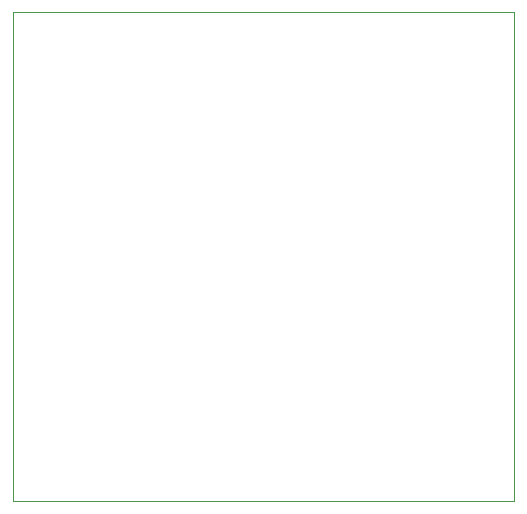
<source format=gbr>
G04 #@! TF.GenerationSoftware,KiCad,Pcbnew,5.1.4-1.fc30*
G04 #@! TF.CreationDate,2019-09-08T13:51:55+02:00*
G04 #@! TF.ProjectId,synchro2,73796e63-6872-46f3-922e-6b696361645f,rev?*
G04 #@! TF.SameCoordinates,Original*
G04 #@! TF.FileFunction,Profile,NP*
%FSLAX46Y46*%
G04 Gerber Fmt 4.6, Leading zero omitted, Abs format (unit mm)*
G04 Created by KiCad (PCBNEW 5.1.4-1.fc30) date 2019-09-08 13:51:55*
%MOMM*%
%LPD*%
G04 APERTURE LIST*
%ADD10C,0.050000*%
G04 APERTURE END LIST*
D10*
X197550000Y-95000000D02*
X197950000Y-95000000D01*
X197550000Y-136450000D02*
X197550000Y-95000000D01*
X240000000Y-136450000D02*
X197550000Y-136450000D01*
X240000000Y-95000000D02*
X240000000Y-136450000D01*
X197950000Y-95000000D02*
X240000000Y-95000000D01*
M02*

</source>
